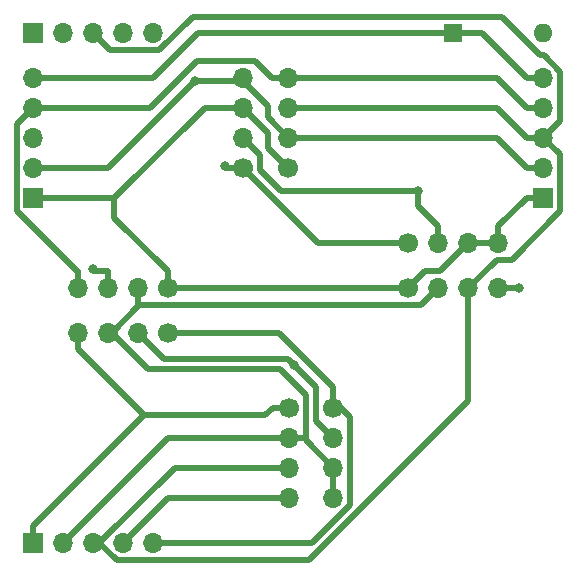
<source format=gtl>
G04 #@! TF.GenerationSoftware,KiCad,Pcbnew,7.0.7*
G04 #@! TF.CreationDate,2024-02-28T11:49:35+01:00*
G04 #@! TF.ProjectId,bottom_test,626f7474-6f6d-45f7-9465-73742e6b6963,rev?*
G04 #@! TF.SameCoordinates,Original*
G04 #@! TF.FileFunction,Copper,L1,Top*
G04 #@! TF.FilePolarity,Positive*
%FSLAX46Y46*%
G04 Gerber Fmt 4.6, Leading zero omitted, Abs format (unit mm)*
G04 Created by KiCad (PCBNEW 7.0.7) date 2024-02-28 11:49:35*
%MOMM*%
%LPD*%
G01*
G04 APERTURE LIST*
G04 #@! TA.AperFunction,SMDPad,CuDef*
%ADD10C,1.700000*%
G04 #@! TD*
G04 #@! TA.AperFunction,SMDPad,CuDef*
%ADD11O,1.700000X1.700000*%
G04 #@! TD*
G04 #@! TA.AperFunction,ComponentPad*
%ADD12R,1.700000X1.700000*%
G04 #@! TD*
G04 #@! TA.AperFunction,ComponentPad*
%ADD13O,1.700000X1.700000*%
G04 #@! TD*
G04 #@! TA.AperFunction,ComponentPad*
%ADD14R,1.600000X1.600000*%
G04 #@! TD*
G04 #@! TA.AperFunction,ComponentPad*
%ADD15O,1.600000X1.600000*%
G04 #@! TD*
G04 #@! TA.AperFunction,ViaPad*
%ADD16C,0.800000*%
G04 #@! TD*
G04 #@! TA.AperFunction,Conductor*
%ADD17C,0.500000*%
G04 #@! TD*
G04 APERTURE END LIST*
D10*
X52070000Y-41900000D03*
D11*
X52070000Y-39360000D03*
X52070000Y-36820000D03*
X52070000Y-34280000D03*
D12*
X30480000Y-44450000D03*
D13*
X30480000Y-41910000D03*
X30480000Y-39370000D03*
X30480000Y-36830000D03*
X30480000Y-34290000D03*
D10*
X41910000Y-55880000D03*
D11*
X39370000Y-55880000D03*
X36830000Y-55880000D03*
X34290000Y-55880000D03*
D12*
X30480000Y-73660000D03*
D13*
X33020000Y-73660000D03*
X35560000Y-73660000D03*
X38100000Y-73660000D03*
X40640000Y-73660000D03*
D14*
X66040000Y-30480000D03*
D15*
X73660000Y-30480000D03*
D12*
X30480000Y-30480000D03*
D13*
X33020000Y-30480000D03*
X35560000Y-30480000D03*
X38100000Y-30480000D03*
X40640000Y-30480000D03*
D10*
X55880000Y-62230000D03*
D11*
X55880000Y-64770000D03*
X55880000Y-67310000D03*
X55880000Y-69850000D03*
D10*
X52146700Y-62230000D03*
D11*
X52146700Y-64770000D03*
X52146700Y-67310000D03*
X52146700Y-69850000D03*
D12*
X73660000Y-44450000D03*
D13*
X73660000Y-41910000D03*
X73660000Y-39370000D03*
X73660000Y-36830000D03*
X73660000Y-34290000D03*
D10*
X62230000Y-52070000D03*
D11*
X64770000Y-52070000D03*
X67310000Y-52070000D03*
X69850000Y-52070000D03*
D10*
X48260000Y-41900000D03*
D11*
X48260000Y-39360000D03*
X48260000Y-36820000D03*
X48260000Y-34280000D03*
D10*
X41910000Y-52070000D03*
D11*
X39370000Y-52070000D03*
X36830000Y-52070000D03*
X34290000Y-52070000D03*
D10*
X62230000Y-48260000D03*
D11*
X64770000Y-48260000D03*
X67310000Y-48260000D03*
X69850000Y-48260000D03*
D16*
X44168700Y-34559800D03*
X71636200Y-52069900D03*
X35560000Y-50494900D03*
X46677200Y-41719100D03*
X63014900Y-43872500D03*
X52595300Y-58598000D03*
D17*
X37355300Y-44450000D02*
X44985300Y-36820000D01*
X62230000Y-52070000D02*
X63631900Y-50668100D01*
X69850000Y-48260000D02*
X69850000Y-46858100D01*
X63631900Y-50668100D02*
X64901900Y-50668100D01*
X67310000Y-48260000D02*
X68448100Y-48260000D01*
X41910000Y-52070000D02*
X41910000Y-50668100D01*
X39873100Y-62865000D02*
X50109800Y-62865000D01*
X37355300Y-46113400D02*
X41910000Y-50668100D01*
X34290000Y-55880000D02*
X34290000Y-57281900D01*
X72258100Y-44450000D02*
X69850000Y-46858100D01*
X34290000Y-57281900D02*
X39873100Y-62865000D01*
X30480000Y-44450000D02*
X37355300Y-44450000D01*
X50109800Y-62865000D02*
X50744800Y-62230000D01*
X30480000Y-73660000D02*
X30480000Y-72258100D01*
X73660000Y-44450000D02*
X72258100Y-44450000D01*
X37355300Y-44450000D02*
X37355300Y-46113400D01*
X44985300Y-36820000D02*
X48260000Y-36820000D01*
X50390400Y-40220400D02*
X50390400Y-38950400D01*
X50390400Y-38950400D02*
X48260000Y-36820000D01*
X52070000Y-41900000D02*
X50390400Y-40220400D01*
X41910000Y-52070000D02*
X43311900Y-52070000D01*
X64901900Y-50668100D02*
X67310000Y-48260000D01*
X30480000Y-72258100D02*
X39873100Y-62865000D01*
X52146700Y-62230000D02*
X50744800Y-62230000D01*
X62230000Y-52070000D02*
X43311900Y-52070000D01*
X69850000Y-48260000D02*
X68448100Y-48260000D01*
X51342500Y-58932800D02*
X40162600Y-58932800D01*
X72258100Y-41910000D02*
X69708100Y-39360000D01*
X37109800Y-55880000D02*
X37109800Y-55861000D01*
X33020000Y-73660000D02*
X41910000Y-64770000D01*
X39370000Y-53470400D02*
X39435200Y-53535600D01*
X44168700Y-34559800D02*
X48260000Y-34559800D01*
X53548600Y-61138900D02*
X51342500Y-58932800D01*
X40162600Y-58932800D02*
X37109800Y-55880000D01*
X53548600Y-64770000D02*
X53548600Y-61138900D01*
X50329000Y-36628800D02*
X48260000Y-34559800D01*
X52146700Y-64770000D02*
X53548600Y-64770000D01*
X55880000Y-67310000D02*
X53548600Y-64978600D01*
X55880000Y-69850000D02*
X55880000Y-67310000D01*
X36818500Y-41910000D02*
X44168700Y-34559800D01*
X73660000Y-41910000D02*
X72258100Y-41910000D01*
X39435200Y-53535600D02*
X63304400Y-53535600D01*
X37109800Y-55880000D02*
X36830000Y-55880000D01*
X41910000Y-64770000D02*
X52146700Y-64770000D01*
X30480000Y-41910000D02*
X36818500Y-41910000D01*
X48260000Y-34559800D02*
X48260000Y-34280000D01*
X37109800Y-55861000D02*
X39435200Y-53535600D01*
X39370000Y-53271000D02*
X39370000Y-53470400D01*
X52070000Y-39360000D02*
X50329000Y-37619000D01*
X39370000Y-52070000D02*
X39370000Y-53271000D01*
X50329000Y-37619000D02*
X50329000Y-36628800D01*
X63304400Y-53535600D02*
X64770000Y-52070000D01*
X53548600Y-64978600D02*
X53548600Y-64770000D01*
X69708100Y-39360000D02*
X52070000Y-39360000D01*
X49239000Y-32850900D02*
X44307700Y-32850900D01*
X38100000Y-73660000D02*
X41910000Y-69850000D01*
X50668100Y-34280000D02*
X49239000Y-32850900D01*
X71636200Y-52069900D02*
X71251900Y-52069900D01*
X34290000Y-52070000D02*
X34290000Y-50668100D01*
X69850000Y-52070000D02*
X71251900Y-52070000D01*
X69708100Y-34280000D02*
X52070000Y-34280000D01*
X44307700Y-32850900D02*
X40328600Y-36830000D01*
X41910000Y-69850000D02*
X52146700Y-69850000D01*
X34217400Y-50668100D02*
X34290000Y-50668100D01*
X40328600Y-36830000D02*
X30480000Y-36830000D01*
X52070000Y-34280000D02*
X50668100Y-34280000D01*
X30480000Y-36830000D02*
X29078100Y-38231900D01*
X72258100Y-36830000D02*
X69708100Y-34280000D01*
X71251900Y-52069900D02*
X71251900Y-52070000D01*
X29078100Y-38231900D02*
X29078100Y-45528800D01*
X29078100Y-45528800D02*
X34217400Y-50668100D01*
X73660000Y-36830000D02*
X72258100Y-36830000D01*
X53837200Y-75132000D02*
X37540300Y-75132000D01*
X37540300Y-75132000D02*
X36085500Y-73677200D01*
X36085500Y-73677200D02*
X42452700Y-67310000D01*
X75103500Y-33750000D02*
X73713500Y-32360000D01*
X73358700Y-32360000D02*
X70126800Y-29128100D01*
X73660000Y-39370000D02*
X75061900Y-40771900D01*
X42452700Y-67310000D02*
X52146700Y-67310000D01*
X73660000Y-39370000D02*
X75103500Y-37926500D01*
X73660000Y-39370000D02*
X72258100Y-39370000D01*
X36068300Y-73660000D02*
X36085500Y-73677200D01*
X70126800Y-29128100D02*
X43974500Y-29128100D01*
X70987700Y-49666400D02*
X69713600Y-49666400D01*
X75103500Y-37926500D02*
X75103500Y-33750000D01*
X52070000Y-36820000D02*
X69708100Y-36820000D01*
X69708100Y-36820000D02*
X72258100Y-39370000D01*
X35560000Y-73660000D02*
X36068300Y-73660000D01*
X73713500Y-32360000D02*
X73358700Y-32360000D01*
X67310000Y-52070000D02*
X67310000Y-61659200D01*
X43974500Y-29128100D02*
X41167000Y-31935600D01*
X37015600Y-31935600D02*
X35560000Y-30480000D01*
X36830000Y-52070000D02*
X36830000Y-50668100D01*
X69713600Y-49666400D02*
X67310000Y-52070000D01*
X75061900Y-45592200D02*
X70987700Y-49666400D01*
X36830000Y-50668100D02*
X35733200Y-50668100D01*
X35733200Y-50668100D02*
X35560000Y-50494900D01*
X41167000Y-31935600D02*
X37015600Y-31935600D01*
X67310000Y-61659200D02*
X53837200Y-75132000D01*
X75061900Y-40771900D02*
X75061900Y-45592200D01*
X54620000Y-48260000D02*
X48260000Y-41900000D01*
X55880000Y-61529000D02*
X57324200Y-62973200D01*
X55880000Y-60828100D02*
X55880000Y-60459200D01*
X57324200Y-70448100D02*
X54112300Y-73660000D01*
X48260000Y-41900000D02*
X46858100Y-41900000D01*
X55880000Y-62230000D02*
X55880000Y-61529000D01*
X62230000Y-48260000D02*
X54620000Y-48260000D01*
X54112300Y-73660000D02*
X40640000Y-73660000D01*
X57324200Y-62973200D02*
X57324200Y-70448100D01*
X55880000Y-61529000D02*
X55880000Y-60828100D01*
X51300800Y-55880000D02*
X41910000Y-55880000D01*
X55880000Y-60459200D02*
X51300800Y-55880000D01*
X46677200Y-41719100D02*
X46858100Y-41900000D01*
X66040000Y-30480000D02*
X64688100Y-30480000D01*
X30480000Y-34290000D02*
X31881900Y-34290000D01*
X40600400Y-34290000D02*
X31881900Y-34290000D01*
X73660000Y-34290000D02*
X72258100Y-34290000D01*
X64688100Y-30480000D02*
X44410400Y-30480000D01*
X44410400Y-30480000D02*
X40600400Y-34290000D01*
X68448100Y-30480000D02*
X66040000Y-30480000D01*
X72258100Y-34290000D02*
X68448100Y-30480000D01*
X64770000Y-48260000D02*
X64770000Y-46858100D01*
X54414300Y-63304300D02*
X54414300Y-60417000D01*
X55880000Y-64770000D02*
X54414300Y-63304300D01*
X63014900Y-43872500D02*
X51489000Y-43872500D01*
X63014900Y-45103000D02*
X63014900Y-43872500D01*
X49689500Y-42073000D02*
X49689500Y-40789500D01*
X52079600Y-58082300D02*
X52595300Y-58598000D01*
X64770000Y-46858100D02*
X63014900Y-45103000D01*
X54414300Y-60417000D02*
X52595300Y-58598000D01*
X49689500Y-40789500D02*
X48260000Y-39360000D01*
X39370000Y-55880000D02*
X41572300Y-58082300D01*
X51489000Y-43872500D02*
X49689500Y-42073000D01*
X41572300Y-58082300D02*
X52079600Y-58082300D01*
M02*

</source>
